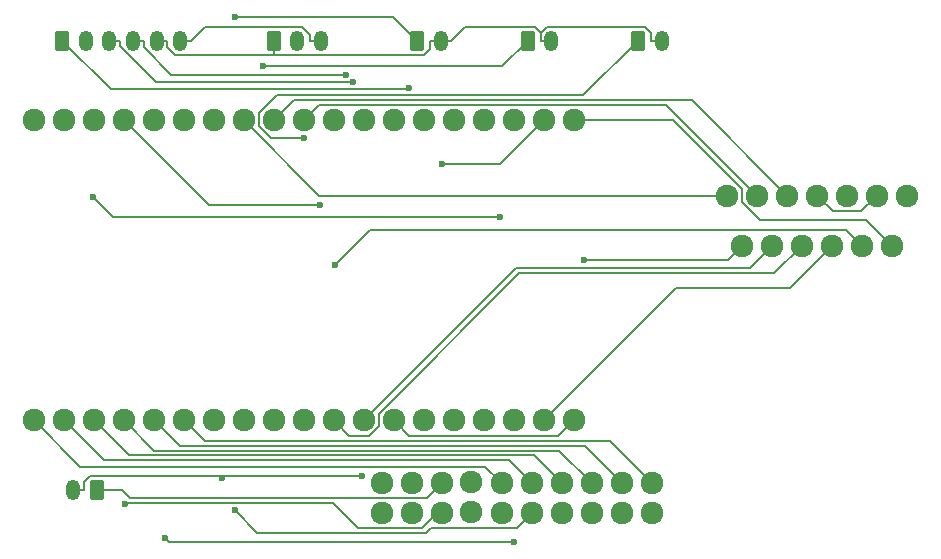
<source format=gtl>
%TF.GenerationSoftware,KiCad,Pcbnew,9.0.2*%
%TF.CreationDate,2025-06-11T19:01:07+02:00*%
%TF.ProjectId,musicbox,6d757369-6362-46f7-982e-6b696361645f,rev?*%
%TF.SameCoordinates,Original*%
%TF.FileFunction,Copper,L1,Top*%
%TF.FilePolarity,Positive*%
%FSLAX46Y46*%
G04 Gerber Fmt 4.6, Leading zero omitted, Abs format (unit mm)*
G04 Created by KiCad (PCBNEW 9.0.2) date 2025-06-11 19:01:07*
%MOMM*%
%LPD*%
G01*
G04 APERTURE LIST*
G04 Aperture macros list*
%AMRoundRect*
0 Rectangle with rounded corners*
0 $1 Rounding radius*
0 $2 $3 $4 $5 $6 $7 $8 $9 X,Y pos of 4 corners*
0 Add a 4 corners polygon primitive as box body*
4,1,4,$2,$3,$4,$5,$6,$7,$8,$9,$2,$3,0*
0 Add four circle primitives for the rounded corners*
1,1,$1+$1,$2,$3*
1,1,$1+$1,$4,$5*
1,1,$1+$1,$6,$7*
1,1,$1+$1,$8,$9*
0 Add four rect primitives between the rounded corners*
20,1,$1+$1,$2,$3,$4,$5,0*
20,1,$1+$1,$4,$5,$6,$7,0*
20,1,$1+$1,$6,$7,$8,$9,0*
20,1,$1+$1,$8,$9,$2,$3,0*%
G04 Aperture macros list end*
%TA.AperFunction,ComponentPad*%
%ADD10RoundRect,0.250000X-0.350000X-0.625000X0.350000X-0.625000X0.350000X0.625000X-0.350000X0.625000X0*%
%TD*%
%TA.AperFunction,ComponentPad*%
%ADD11O,1.200000X1.750000*%
%TD*%
%TA.AperFunction,ComponentPad*%
%ADD12C,1.920000*%
%TD*%
%TA.AperFunction,ComponentPad*%
%ADD13RoundRect,0.250000X0.350000X0.625000X-0.350000X0.625000X-0.350000X-0.625000X0.350000X-0.625000X0*%
%TD*%
%TA.AperFunction,ViaPad*%
%ADD14C,0.600000*%
%TD*%
%TA.AperFunction,Conductor*%
%ADD15C,0.200000*%
%TD*%
G04 APERTURE END LIST*
D10*
%TO.P,BT1Con1,1,Pin_1*%
%TO.N,/BT1*%
X127640000Y-38500000D03*
D11*
%TO.P,BT1Con1,2,Pin_2*%
%TO.N,3V3*%
X129640000Y-38500000D03*
%TD*%
D12*
%TO.P,AMP1,1,LRC*%
%TO.N,/I2S_WS*%
X153880000Y-51620000D03*
%TO.P,AMP1,2,BCLK*%
%TO.N,/I2S_BCK*%
X156420000Y-51620000D03*
%TO.P,AMP1,3,DIN*%
%TO.N,/I2S_DIN*%
X158960000Y-51620000D03*
%TO.P,AMP1,4,GAIN*%
%TO.N,GND*%
X161500000Y-51620000D03*
%TO.P,AMP1,5,SD*%
%TO.N,unconnected-(AMP1-SD-Pad5)*%
X164040000Y-51620000D03*
%TO.P,AMP1,6,GND*%
%TO.N,GND*%
X166580000Y-51620000D03*
%TO.P,AMP1,7,VIN*%
%TO.N,VBAT*%
X169120000Y-51620000D03*
%TD*%
%TO.P,IO1,1,Pin_1*%
%TO.N,/GPIO36*%
X147499957Y-78500023D03*
%TO.P,IO1,2,Pin_2*%
%TO.N,/GPIO39*%
X144959957Y-78500023D03*
%TO.P,IO1,3,Pin_3*%
%TO.N,/GPIO34*%
X142419957Y-78500023D03*
%TO.P,IO1,4,Pin_4*%
%TO.N,/GPIO35*%
X139879957Y-78500023D03*
%TO.P,IO1,5,Pin_5*%
%TO.N,/GPIO12*%
X137339957Y-78500023D03*
%TO.P,IO1,6,Pin_6*%
%TO.N,/GPIO13*%
X134799957Y-78500023D03*
%TO.P,IO1,7,Pin_7*%
%TO.N,/GPIO09*%
X132181100Y-78446500D03*
%TO.P,IO1,8,Pin_8*%
%TO.N,/GPIO10*%
X129719957Y-78500023D03*
%TO.P,IO1,9,Pin_9*%
%TO.N,/GPIO01*%
X127179957Y-78500023D03*
%TO.P,IO1,10,Pin_10*%
%TO.N,/GPIO03*%
X124639957Y-78500023D03*
%TO.P,IO1,11,Pin_11*%
%TO.N,/GPIO00*%
X147499957Y-75960023D03*
%TO.P,IO1,12,Pin_12*%
%TO.N,/GPIO02*%
X144959957Y-75960023D03*
%TO.P,IO1,13,Pin_13*%
%TO.N,/GPIO15*%
X142419957Y-75960023D03*
%TO.P,IO1,14,Pin_14*%
%TO.N,/GPIO08*%
X139879957Y-75960023D03*
%TO.P,IO1,15,Pin_15*%
%TO.N,/GPIO07*%
X137339957Y-75960023D03*
%TO.P,IO1,16,Pin_16*%
%TO.N,/GPIO06*%
X134799957Y-75960023D03*
%TO.P,IO1,17,Pin_17*%
%TO.N,/RST*%
X132181100Y-75906500D03*
%TO.P,IO1,18,Pin_18*%
%TO.N,3V3*%
X129719957Y-75960023D03*
%TO.P,IO1,19,Pin_19*%
%TO.N,unconnected-(IO1-Pin_19-Pad19)*%
X127179957Y-75960023D03*
%TO.P,IO1,20,Pin_20*%
%TO.N,unconnected-(IO1-Pin_20-Pad20)*%
X124639957Y-75960023D03*
%TD*%
D10*
%TO.P,RFIDCon1,1,Pin_1*%
%TO.N,/I2C_SDA*%
X97590000Y-38500000D03*
D11*
%TO.P,RFIDCon1,2,Pin_2*%
%TO.N,/I2C_SCL*%
X99590000Y-38500000D03*
%TO.P,RFIDCon1,3,Pin_3*%
%TO.N,/RFID_IRQ*%
X101590000Y-38500000D03*
%TO.P,RFIDCon1,4,Pin_4*%
%TO.N,/RFID_RST*%
X103590000Y-38500000D03*
%TO.P,RFIDCon1,5,Pin_5*%
%TO.N,3V3*%
X105590000Y-38500000D03*
%TO.P,RFIDCon1,6,Pin_6*%
%TO.N,GND*%
X107590000Y-38500000D03*
%TD*%
D10*
%TO.P,BT3Con1,1,Pin_1*%
%TO.N,/BT3*%
X146350000Y-38500000D03*
D11*
%TO.P,BT3Con1,2,Pin_2*%
%TO.N,3V3*%
X148350000Y-38500000D03*
%TD*%
D12*
%TO.P,RD1,1,VCC*%
%TO.N,3V3*%
X167820000Y-55880000D03*
%TO.P,RD1,2,CS*%
%TO.N,/SPI_SS*%
X165280000Y-55880000D03*
%TO.P,RD1,3,MOSI*%
%TO.N,/SPI_MOSI*%
X162740000Y-55880000D03*
%TO.P,RD1,4,SCK*%
%TO.N,/SPI_SCK*%
X160200000Y-55880000D03*
%TO.P,RD1,5,MISO*%
%TO.N,/SPI_MISO*%
X157660000Y-55880000D03*
%TO.P,RD1,6,GND*%
%TO.N,GND*%
X155120000Y-55880000D03*
%TD*%
%TO.P,ESP32,1,3V3*%
%TO.N,3V3*%
X140900000Y-45230000D03*
%TO.P,ESP32,2,RESET*%
%TO.N,/RST*%
X138360000Y-45230000D03*
%TO.P,ESP32,3,GPIO36*%
%TO.N,/GPIO36*%
X135820000Y-45230000D03*
%TO.P,ESP32,4,GPIO39*%
%TO.N,/GPIO39*%
X133280000Y-45230000D03*
%TO.P,ESP32,5,GPIO34*%
%TO.N,/GPIO34*%
X130740000Y-45230000D03*
%TO.P,ESP32,6,GPIO35*%
%TO.N,/GPIO35*%
X128200000Y-45230000D03*
%TO.P,ESP32,7,GPIO32*%
%TO.N,/RFID_IRQ*%
X125660000Y-45230000D03*
%TO.P,ESP32,8,GPIO33*%
%TO.N,/RFID_RST*%
X123120000Y-45230000D03*
%TO.P,ESP32,9,GPIO25*%
%TO.N,/ADR_LED*%
X120580000Y-45230000D03*
%TO.P,ESP32,10,GPIO26*%
%TO.N,/I2S_BCK*%
X118040000Y-45230000D03*
%TO.P,ESP32,11,GPIO27*%
%TO.N,/I2S_DIN*%
X115500000Y-45230000D03*
%TO.P,ESP32,12,GPIO14*%
%TO.N,/I2S_WS*%
X112960000Y-45230000D03*
%TO.P,ESP32,13,GPIO12*%
%TO.N,/GPIO12*%
X110420000Y-45230000D03*
%TO.P,ESP32,14,GND*%
%TO.N,GND*%
X107880000Y-45230000D03*
%TO.P,ESP32,15,GPIO13*%
%TO.N,/GPIO13*%
X105340000Y-45230000D03*
%TO.P,ESP32,16,GPIO09*%
%TO.N,/GPIO09*%
X102800000Y-45230000D03*
%TO.P,ESP32,17,GPIO10*%
%TO.N,/GPIO10*%
X100260000Y-45230000D03*
%TO.P,ESP32,18,GPIO11*%
%TO.N,/GPIO11*%
X97720000Y-45230000D03*
%TO.P,ESP32,19,5V*%
%TO.N,unconnected-(ESP32-5V-Pad19)*%
X95180000Y-45230000D03*
%TO.P,ESP32,20,GND*%
%TO.N,GND*%
X140900000Y-70630000D03*
%TO.P,ESP32,21,GPIO23*%
%TO.N,/SPI_MOSI*%
X138360000Y-70630000D03*
%TO.P,ESP32,22,GPIO22*%
%TO.N,/I2C_SCL*%
X135820000Y-70630000D03*
%TO.P,ESP32,23,GPIO01*%
%TO.N,/GPIO01*%
X133280000Y-70630000D03*
%TO.P,ESP32,24,GPIO03*%
%TO.N,/GPIO03*%
X130740000Y-70630000D03*
%TO.P,ESP32,25,GPIO21*%
%TO.N,/I2C_SDA*%
X128200000Y-70630000D03*
%TO.P,ESP32,26,GND*%
%TO.N,GND*%
X125660000Y-70630000D03*
%TO.P,ESP32,27,GPIO19*%
%TO.N,/SPI_MISO*%
X123120000Y-70630000D03*
%TO.P,ESP32,28,GPIO18*%
%TO.N,/SPI_SCK*%
X120580000Y-70630000D03*
%TO.P,ESP32,29,GPIO05*%
%TO.N,/SPI_SS*%
X118040000Y-70630000D03*
%TO.P,ESP32,30,GPIO17*%
%TO.N,/BT3*%
X115500000Y-70630000D03*
%TO.P,ESP32,31,GPIO16*%
%TO.N,/BT2*%
X112960000Y-70630000D03*
%TO.P,ESP32,32,GPIO04*%
%TO.N,/BT1*%
X110420000Y-70630000D03*
%TO.P,ESP32,33,GPIO00*%
%TO.N,/GPIO00*%
X107880000Y-70630000D03*
%TO.P,ESP32,34,GPIO02*%
%TO.N,/GPIO02*%
X105340000Y-70630000D03*
%TO.P,ESP32,35,GPIO15*%
%TO.N,/GPIO15*%
X102800000Y-70630000D03*
%TO.P,ESP32,36,GPIO08*%
%TO.N,/GPIO08*%
X100260000Y-70630000D03*
%TO.P,ESP32,37,GPIO07*%
%TO.N,/GPIO07*%
X97720000Y-70630000D03*
%TO.P,ESP32,38,GPIO06*%
%TO.N,/GPIO06*%
X95180000Y-70630000D03*
%TD*%
D13*
%TO.P,PWRCon1,1,Pin_1*%
%TO.N,3V3*%
X100500000Y-76550000D03*
D11*
%TO.P,PWRCon1,2,Pin_2*%
%TO.N,GND*%
X98500000Y-76550000D03*
%TD*%
D10*
%TO.P,NeoPixelCon1,1,Pin_1*%
%TO.N,3V3*%
X115510000Y-38500000D03*
D11*
%TO.P,NeoPixelCon1,2,Pin_2*%
%TO.N,/ADR_LED*%
X117510000Y-38500000D03*
%TO.P,NeoPixelCon1,3,Pin_3*%
%TO.N,GND*%
X119510000Y-38500000D03*
%TD*%
D10*
%TO.P,BT2Con1,1,Pin_1*%
%TO.N,/BT2*%
X137000000Y-38500000D03*
D11*
%TO.P,BT2Con1,2,Pin_2*%
%TO.N,3V3*%
X139000000Y-38500000D03*
%TD*%
D14*
%TO.N,/GPIO12*%
X112188800Y-78272600D03*
%TO.N,/GPIO10*%
X102925700Y-77698300D03*
%TO.N,/GPIO13*%
X106279800Y-80607600D03*
X135824800Y-80956500D03*
%TO.N,/RST*%
X129766800Y-48968800D03*
%TO.N,/GPIO09*%
X119441800Y-52441000D03*
%TO.N,/SPI_SS*%
X120666600Y-57504200D03*
%TO.N,/I2C_SCL*%
X100161800Y-51714600D03*
X134628000Y-53429000D03*
%TO.N,/RFID_RST*%
X121638000Y-41367300D03*
%TO.N,/I2C_SDA*%
X126961300Y-42515000D03*
%TO.N,/RFID_IRQ*%
X122240000Y-41997300D03*
%TO.N,GND*%
X141733800Y-57037000D03*
X122930500Y-75317400D03*
X111150800Y-75491700D03*
%TO.N,/BT3*%
X118097800Y-46781200D03*
%TO.N,/BT2*%
X114567300Y-40684000D03*
%TO.N,/BT1*%
X112188800Y-36498000D03*
%TD*%
D15*
%TO.N,/GPIO02*%
X141816600Y-72816600D02*
X144960000Y-75960000D01*
X107526600Y-72816600D02*
X141816600Y-72816600D01*
X105340000Y-70630000D02*
X107526600Y-72816600D01*
%TO.N,/GPIO00*%
X143953400Y-72413400D02*
X147500000Y-75960000D01*
X109663400Y-72413400D02*
X143953400Y-72413400D01*
X107880000Y-70630000D02*
X109663400Y-72413400D01*
%TO.N,/GPIO08*%
X137540000Y-73620000D02*
X139880000Y-75960000D01*
X103250000Y-73620000D02*
X137540000Y-73620000D01*
X100260000Y-70630000D02*
X103250000Y-73620000D01*
%TO.N,/GPIO12*%
X114079600Y-80163400D02*
X128406500Y-80163400D01*
X112188800Y-78272600D02*
X114079600Y-80163400D01*
X128406500Y-80163400D02*
X128806700Y-79763200D01*
X136076800Y-79763200D02*
X137340000Y-78500000D01*
X128806700Y-79763200D02*
X136076800Y-79763200D01*
%TO.N,/GPIO10*%
X129301700Y-78500000D02*
X129720000Y-78500000D01*
X128040000Y-79761700D02*
X129301700Y-78500000D01*
X122639300Y-79761700D02*
X128040000Y-79761700D01*
X120533900Y-77656300D02*
X122639300Y-79761700D01*
X102967700Y-77656300D02*
X120533900Y-77656300D01*
X102925700Y-77698300D02*
X102967700Y-77656300D01*
%TO.N,/GPIO07*%
X135401700Y-74021700D02*
X137340000Y-75960000D01*
X101111700Y-74021700D02*
X135401700Y-74021700D01*
X97720000Y-70630000D02*
X101111700Y-74021700D01*
%TO.N,/GPIO15*%
X139678300Y-73218300D02*
X142420000Y-75960000D01*
X105388300Y-73218300D02*
X139678300Y-73218300D01*
X102800000Y-70630000D02*
X105388300Y-73218300D01*
%TO.N,/GPIO13*%
X135824800Y-80956500D02*
X106628700Y-80956500D01*
X106628700Y-80956500D02*
X106279800Y-80607600D01*
%TO.N,/GPIO06*%
X133403100Y-74563100D02*
X134800000Y-75960000D01*
X99113100Y-74563100D02*
X133403100Y-74563100D01*
X95180000Y-70630000D02*
X99113100Y-74563100D01*
%TO.N,/RST*%
X134621200Y-48968800D02*
X138360000Y-45230000D01*
X129766800Y-48968800D02*
X134621200Y-48968800D01*
%TO.N,/GPIO09*%
X110011000Y-52441000D02*
X119441800Y-52441000D01*
X102800000Y-45230000D02*
X110011000Y-52441000D01*
%TO.N,/I2S_BCK*%
X148750500Y-43950500D02*
X156420000Y-51620000D01*
X119319500Y-43950500D02*
X148750500Y-43950500D01*
X118040000Y-45230000D02*
X119319500Y-43950500D01*
%TO.N,/I2S_DIN*%
X150888800Y-43548800D02*
X158960000Y-51620000D01*
X117181200Y-43548800D02*
X150888800Y-43548800D01*
X115500000Y-45230000D02*
X117181200Y-43548800D01*
%TO.N,/I2S_WS*%
X119350000Y-51620000D02*
X112960000Y-45230000D01*
X153880000Y-51620000D02*
X119350000Y-51620000D01*
%TO.N,/SPI_MISO*%
X136034400Y-57715600D02*
X123120000Y-70630000D01*
X155824400Y-57715600D02*
X136034400Y-57715600D01*
X157660000Y-55880000D02*
X155824400Y-57715600D01*
%TO.N,/SPI_MOSI*%
X159195100Y-59424900D02*
X162740000Y-55880000D01*
X159195100Y-59425000D02*
X159195100Y-59424900D01*
X149565000Y-59425000D02*
X159195100Y-59425000D01*
X138360000Y-70630000D02*
X149565000Y-59425000D01*
%TO.N,/SPI_SS*%
X123632000Y-54538800D02*
X120666600Y-57504200D01*
X163938800Y-54538800D02*
X123632000Y-54538800D01*
X165280000Y-55880000D02*
X163938800Y-54538800D01*
%TO.N,/SPI_SCK*%
X157880500Y-58199500D02*
X160200000Y-55880000D01*
X136283400Y-58199500D02*
X157880500Y-58199500D01*
X124398300Y-70084600D02*
X136283400Y-58199500D01*
X124398300Y-71149500D02*
X124398300Y-70084600D01*
X123601000Y-71946800D02*
X124398300Y-71149500D01*
X121896800Y-71946800D02*
X123601000Y-71946800D01*
X120580000Y-70630000D02*
X121896800Y-71946800D01*
%TO.N,/I2C_SCL*%
X101876200Y-53429000D02*
X134628000Y-53429000D01*
X100161800Y-51714600D02*
X101876200Y-53429000D01*
%TO.N,/RFID_RST*%
X106795400Y-41367300D02*
X121638000Y-41367300D01*
X104491700Y-39063600D02*
X106795400Y-41367300D01*
X104491700Y-38500000D02*
X104491700Y-39063600D01*
X103590000Y-38500000D02*
X104491700Y-38500000D01*
%TO.N,/I2C_SDA*%
X126875700Y-42600600D02*
X126961300Y-42515000D01*
X101690600Y-42600600D02*
X126875700Y-42600600D01*
X97590000Y-38500000D02*
X101690600Y-42600600D01*
%TO.N,/RFID_IRQ*%
X101590000Y-38500000D02*
X102491700Y-38500000D01*
X105502500Y-41997300D02*
X122240000Y-41997300D01*
X102491700Y-38986500D02*
X105502500Y-41997300D01*
X102491700Y-38500000D02*
X102491700Y-38986500D01*
%TO.N,GND*%
X165240400Y-52959600D02*
X166580000Y-51620000D01*
X162839600Y-52959600D02*
X165240400Y-52959600D01*
X161500000Y-51620000D02*
X162839600Y-52959600D01*
X139582600Y-71947400D02*
X140900000Y-70630000D01*
X126977400Y-71947400D02*
X139582600Y-71947400D01*
X125660000Y-70630000D02*
X126977400Y-71947400D01*
X118608300Y-38013500D02*
X118608300Y-38500000D01*
X117897700Y-37302900D02*
X118608300Y-38013500D01*
X109688800Y-37302900D02*
X117897700Y-37302900D01*
X108491700Y-38500000D02*
X109688800Y-37302900D01*
X107590000Y-38500000D02*
X108491700Y-38500000D01*
X119510000Y-38500000D02*
X118608300Y-38500000D01*
X153963000Y-57037000D02*
X155120000Y-55880000D01*
X141733800Y-57037000D02*
X153963000Y-57037000D01*
X98500000Y-76550000D02*
X99401700Y-76550000D01*
X111150800Y-75491700D02*
X111150800Y-75317400D01*
X99958000Y-75317400D02*
X111150800Y-75317400D01*
X99401700Y-75873700D02*
X99958000Y-75317400D01*
X99401700Y-76550000D02*
X99401700Y-75873700D01*
X111150800Y-75317400D02*
X122930500Y-75317400D01*
%TO.N,/BT3*%
X115247100Y-46781200D02*
X118097800Y-46781200D01*
X114230000Y-45764100D02*
X115247100Y-46781200D01*
X114230000Y-44653500D02*
X114230000Y-45764100D01*
X115752400Y-43131100D02*
X114230000Y-44653500D01*
X141718900Y-43131100D02*
X115752400Y-43131100D01*
X146350000Y-38500000D02*
X141718900Y-43131100D01*
%TO.N,/BT2*%
X134816000Y-40684000D02*
X114567300Y-40684000D01*
X137000000Y-38500000D02*
X134816000Y-40684000D01*
%TO.N,/BT1*%
X125638000Y-36498000D02*
X127640000Y-38500000D01*
X112188800Y-36498000D02*
X125638000Y-36498000D01*
%TO.N,3V3*%
X129640000Y-38500000D02*
X130541700Y-38500000D01*
X139000000Y-38500000D02*
X138098300Y-38500000D01*
X105590000Y-38500000D02*
X106491700Y-38500000D01*
X107113300Y-39685200D02*
X115510000Y-39685200D01*
X106491700Y-39063600D02*
X107113300Y-39685200D01*
X106491700Y-38500000D02*
X106491700Y-39063600D01*
X129640000Y-38500000D02*
X128738300Y-38500000D01*
X115510000Y-39685200D02*
X115510000Y-38500000D01*
X138602600Y-37317400D02*
X138098300Y-37821700D01*
X146942000Y-37317400D02*
X138602600Y-37317400D01*
X147448300Y-37823700D02*
X146942000Y-37317400D01*
X147448300Y-38500000D02*
X147448300Y-37823700D01*
X137583500Y-37306900D02*
X138098300Y-37821700D01*
X131734800Y-37306900D02*
X137583500Y-37306900D01*
X130541700Y-38500000D02*
X131734800Y-37306900D01*
X138098300Y-37821700D02*
X138098300Y-38500000D01*
X148350000Y-38500000D02*
X147448300Y-38500000D01*
X128231400Y-39685200D02*
X115510000Y-39685200D01*
X128738300Y-39178300D02*
X128231400Y-39685200D01*
X128738300Y-38500000D02*
X128738300Y-39178300D01*
X149297300Y-45230000D02*
X140900000Y-45230000D01*
X155141700Y-51074400D02*
X149297300Y-45230000D01*
X155141700Y-52138100D02*
X155141700Y-51074400D01*
X156675800Y-53672200D02*
X155141700Y-52138100D01*
X165612200Y-53672200D02*
X156675800Y-53672200D01*
X167820000Y-55880000D02*
X165612200Y-53672200D01*
X102628300Y-76550000D02*
X100500000Y-76550000D01*
X103308300Y-77230000D02*
X102628300Y-76550000D01*
X128450000Y-77230000D02*
X103308300Y-77230000D01*
X129720000Y-75960000D02*
X128450000Y-77230000D01*
%TD*%
M02*

</source>
